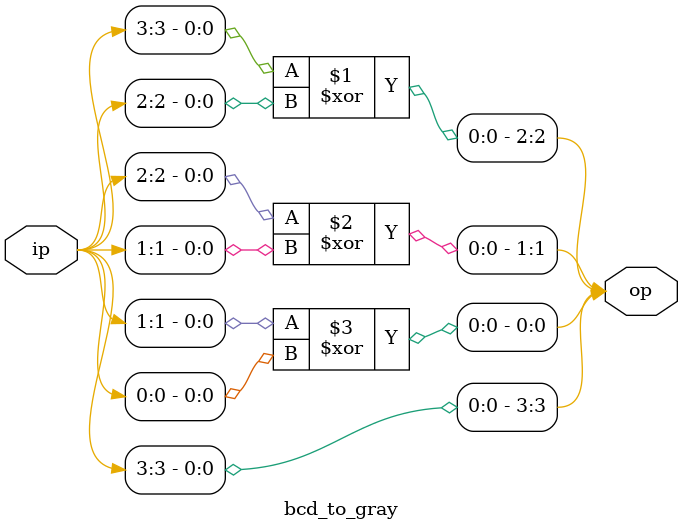
<source format=v>
module bcd_to_gray(op,ip);
	input [3:0] ip;
	output [3:0] op;
	//Gate Level
	assign op[3]=ip[3];
	xor x1(op[2],ip[3],ip[2]);
	xor x2(op[1],ip[2],ip[1]);
	xor x3(op[0],ip[1],ip[0]);
	
	//Data Flow
	/*
		assign op[3]=ip[3];
		assign op[2]=ip[2]^ip[3];
		assign op[1]=ip[2]^ip[1];
		assign op[0]=ip[1]^ip[0];
	*/
endmodule
</source>
